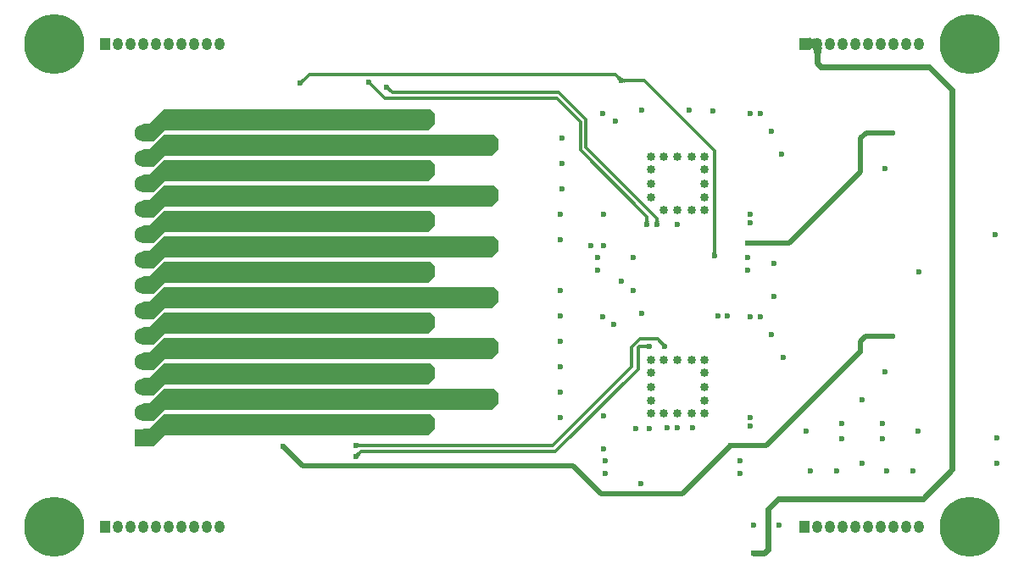
<source format=gbl>
G04*
G04 #@! TF.GenerationSoftware,Altium Limited,Altium Designer,21.6.4 (81)*
G04*
G04 Layer_Physical_Order=4*
G04 Layer_Color=16711680*
%FSLAX25Y25*%
%MOIN*%
G70*
G04*
G04 #@! TF.SameCoordinates,D21CAB57-D7DD-4798-A039-69392B5906F0*
G04*
G04*
G04 #@! TF.FilePolarity,Positive*
G04*
G01*
G75*
%ADD60C,0.01181*%
%ADD61C,0.01968*%
%ADD62O,0.04095X0.04724*%
%ADD63R,0.04095X0.04724*%
%ADD64R,0.06791X0.06791*%
%ADD65C,0.06791*%
%ADD66C,0.23622*%
%ADD67C,0.02362*%
%ADD68C,0.03347*%
%ADD69C,0.02362*%
G36*
X313076Y206835D02*
X313974Y207093D01*
Y206391D01*
X314397Y206181D01*
Y203819D01*
X314074Y203659D01*
X316778D01*
X316181Y200664D01*
X313819D01*
X313335Y203090D01*
X313076Y203165D01*
X312035Y202650D01*
Y203463D01*
X310794Y203819D01*
Y206181D01*
X312035Y206537D01*
Y207350D01*
X313076Y206835D01*
D02*
G37*
G36*
X237988Y191681D02*
X236819Y190512D01*
X236358Y191307D01*
X237193Y192142D01*
X237988Y191681D01*
D02*
G37*
G36*
X239732Y191091D02*
Y189909D01*
X238843Y189673D01*
Y191327D01*
X239732Y191091D01*
D02*
G37*
G36*
X113181Y190063D02*
X112666Y189312D01*
X111711Y190662D01*
X112513Y191066D01*
X113181Y190063D01*
D02*
G37*
G36*
X140142Y189193D02*
X139307Y188358D01*
X138512Y188819D01*
X139681Y189988D01*
X140142Y189193D01*
D02*
G37*
G36*
X147142Y187193D02*
X146307Y186358D01*
X145512Y186819D01*
X146681Y187988D01*
X147142Y187193D01*
D02*
G37*
G36*
X164484Y177587D02*
Y173453D01*
X161819Y170787D01*
X58150D01*
X53966Y166604D01*
X50000D01*
X46604Y170000D01*
X50000Y173396D01*
X52333D01*
X58150Y179213D01*
X162858D01*
X164484Y177587D01*
D02*
G37*
G36*
X189484Y167587D02*
Y163453D01*
X186819Y160787D01*
X58150D01*
X53966Y156604D01*
X50000D01*
X46604Y160000D01*
X50000Y163396D01*
X52333D01*
X58150Y169213D01*
X187858D01*
X189484Y167587D01*
D02*
G37*
G36*
X164484Y157587D02*
Y153453D01*
X161819Y150787D01*
X58150D01*
X53966Y146604D01*
X50000D01*
X46604Y150000D01*
X50000Y153396D01*
X52333D01*
X58150Y159213D01*
X162858D01*
X164484Y157587D01*
D02*
G37*
G36*
X189484Y147587D02*
Y143453D01*
X186819Y140787D01*
X58150D01*
X53966Y136604D01*
X50000D01*
X46604Y140000D01*
X50000Y143396D01*
X52333D01*
X58150Y149213D01*
X187858D01*
X189484Y147587D01*
D02*
G37*
G36*
X252827Y134844D02*
X251173D01*
X251410Y135731D01*
X252590D01*
X252827Y134844D01*
D02*
G37*
G36*
X248827D02*
X247173D01*
X247410Y135731D01*
X248590D01*
X248827Y134844D01*
D02*
G37*
G36*
X164484Y137587D02*
Y133453D01*
X161819Y130787D01*
X58150D01*
X53966Y126604D01*
X50000D01*
X46604Y130000D01*
X50000Y133396D01*
X52333D01*
X58150Y139213D01*
X162858D01*
X164484Y137587D01*
D02*
G37*
G36*
X275327Y122344D02*
X273673D01*
X273909Y123231D01*
X275091D01*
X275327Y122344D01*
D02*
G37*
G36*
X189484Y127587D02*
Y123453D01*
X186819Y120787D01*
X58150D01*
X53966Y116604D01*
X50000D01*
X46604Y120000D01*
X50000Y123396D01*
X52333D01*
X58150Y129213D01*
X187858D01*
X189484Y127587D01*
D02*
G37*
G36*
X164484Y117587D02*
Y113453D01*
X161819Y110787D01*
X58150D01*
X53966Y106604D01*
X50000D01*
X46604Y110000D01*
X50000Y113396D01*
X52333D01*
X58150Y119213D01*
X162858D01*
X164484Y117587D01*
D02*
G37*
G36*
X189484Y107587D02*
Y103453D01*
X186819Y100787D01*
X58150D01*
X53966Y96604D01*
X50000D01*
X46604Y100000D01*
X50000Y103396D01*
X52333D01*
X58150Y109213D01*
X187858D01*
X189484Y107587D01*
D02*
G37*
G36*
X164484Y97587D02*
Y93453D01*
X161819Y90787D01*
X58150D01*
X53966Y86604D01*
X50000D01*
X46604Y90000D01*
X50000Y93396D01*
X52333D01*
X58150Y99213D01*
X162858D01*
X164484Y97587D01*
D02*
G37*
G36*
X254988Y87181D02*
X253819Y86012D01*
X253358Y86807D01*
X254193Y87642D01*
X254988Y87181D01*
D02*
G37*
G36*
X248156Y85173D02*
X247269Y85409D01*
Y86590D01*
X248156Y86827D01*
Y85173D01*
D02*
G37*
G36*
X189484Y87587D02*
Y83453D01*
X186819Y80787D01*
X58150D01*
X53966Y76604D01*
X50000D01*
X46604Y80000D01*
X50000Y83396D01*
X52333D01*
X58150Y89213D01*
X187858D01*
X189484Y87587D01*
D02*
G37*
G36*
X164484Y77587D02*
Y73453D01*
X161819Y70787D01*
X58150D01*
X53966Y66604D01*
X50000D01*
X46604Y70000D01*
X50000Y73396D01*
X52333D01*
X58150Y79213D01*
X162858D01*
X164484Y77587D01*
D02*
G37*
G36*
X189484Y67587D02*
Y63453D01*
X186819Y60787D01*
X58150D01*
X53966Y56604D01*
X50000D01*
X46604Y60000D01*
X50000Y63396D01*
X52333D01*
X58150Y69213D01*
X187858D01*
X189484Y67587D01*
D02*
G37*
G36*
X164484Y57587D02*
Y53453D01*
X161819Y50787D01*
X58150D01*
X53966Y46604D01*
X50000D01*
Y53396D01*
X52333D01*
X58150Y59213D01*
X162858D01*
X164484Y57587D01*
D02*
G37*
G36*
X135231Y47591D02*
Y46409D01*
X134344Y46173D01*
Y47827D01*
X135231Y47591D01*
D02*
G37*
G36*
X135142Y43307D02*
X134681Y42512D01*
X133512Y43681D01*
X134307Y44142D01*
X135142Y43307D01*
D02*
G37*
D60*
X224000Y164084D02*
X252000Y136084D01*
X221819Y163181D02*
X248000Y137000D01*
Y134000D02*
Y137000D01*
X252000Y134000D02*
Y136084D01*
X224000Y164084D02*
Y175084D01*
X135500Y44500D02*
X212035D01*
X133500Y42500D02*
X135500Y44500D01*
X211000Y47000D02*
X242000Y78000D01*
X133500Y47000D02*
X211000D01*
X145000Y183500D02*
X212500D01*
X138500Y190000D02*
X145000Y183500D01*
X145500Y188000D02*
X147819Y185681D01*
X213403D01*
X111782Y189500D02*
X115282Y193000D01*
X235500D02*
X238000Y190500D01*
X115282Y193000D02*
X235500D01*
X238000Y190500D02*
X247000D01*
X111500Y189500D02*
X111782D01*
X213403Y185681D02*
X224000Y175084D01*
X212500Y183500D02*
X221819Y174181D01*
Y163181D02*
Y174181D01*
X274500Y121500D02*
Y163000D01*
X247000Y190500D02*
X274500Y163000D01*
X245272Y88772D02*
X252228D01*
X255000Y86000D01*
X242000Y85500D02*
X245272Y88772D01*
X245000Y86000D02*
X249000D01*
X244500Y85500D02*
X245000Y86000D01*
X244500Y76964D02*
Y85500D01*
X212035Y44500D02*
X244500Y76964D01*
X242000Y78000D02*
Y85500D01*
D61*
X281000Y47000D02*
X295000D01*
X332000Y84000D01*
Y88000D01*
X334148Y170000D02*
X344500D01*
X332075Y167927D02*
X334148Y170000D01*
X332075Y164075D02*
Y167927D01*
X332000Y154500D02*
Y164000D01*
X332075Y164075D01*
X287500Y126500D02*
X304000D01*
X332000Y154500D01*
X105000Y46500D02*
X112500Y39000D01*
X230000Y28000D02*
X262000D01*
X112500Y39000D02*
X219000D01*
X230000Y28000D01*
X262000D02*
X281000Y47000D01*
X334000Y90000D02*
X344500D01*
X332000Y88000D02*
X334000Y90000D01*
D62*
X80000Y205000D02*
D03*
X75000D02*
D03*
X70000D02*
D03*
X65000D02*
D03*
X60000D02*
D03*
X55000D02*
D03*
X50000D02*
D03*
X45000D02*
D03*
X40000D02*
D03*
X315000D02*
D03*
X320000D02*
D03*
X325000D02*
D03*
X330000D02*
D03*
X335000D02*
D03*
X340000D02*
D03*
X345000D02*
D03*
X350000D02*
D03*
X355000D02*
D03*
Y15000D02*
D03*
X350000D02*
D03*
X345000D02*
D03*
X340000D02*
D03*
X335000D02*
D03*
X330000D02*
D03*
X325000D02*
D03*
X320000D02*
D03*
X315000D02*
D03*
X40000D02*
D03*
X45000D02*
D03*
X50000D02*
D03*
X55000D02*
D03*
X60000D02*
D03*
X65000D02*
D03*
X70000D02*
D03*
X75000D02*
D03*
X80000D02*
D03*
D63*
X35000Y205000D02*
D03*
X310000D02*
D03*
Y15000D02*
D03*
X35000D02*
D03*
D64*
X50000Y50000D02*
D03*
D65*
Y60000D02*
D03*
Y70000D02*
D03*
Y80000D02*
D03*
Y90000D02*
D03*
Y100000D02*
D03*
Y110000D02*
D03*
Y120000D02*
D03*
Y130000D02*
D03*
Y140000D02*
D03*
Y150000D02*
D03*
Y160000D02*
D03*
Y170000D02*
D03*
D66*
X375000Y205000D02*
D03*
X15000D02*
D03*
X375000Y15000D02*
D03*
X15000D02*
D03*
D67*
X230500Y97500D02*
D03*
X248000Y134000D02*
D03*
X310500Y52500D02*
D03*
X352618Y37000D02*
D03*
X342382D02*
D03*
X312382D02*
D03*
X322618D02*
D03*
X332500Y65000D02*
D03*
X355000Y115150D02*
D03*
X290000Y4500D02*
D03*
X264500Y179000D02*
D03*
X160000Y174500D02*
D03*
X145500Y188000D02*
D03*
X230500Y177500D02*
D03*
X138500Y190000D02*
D03*
X344500Y170000D02*
D03*
X332000Y164000D02*
D03*
X287500Y126500D02*
D03*
X238000Y190500D02*
D03*
X274500Y121500D02*
D03*
X111500Y189500D02*
D03*
X133500Y47000D02*
D03*
Y42500D02*
D03*
X255000Y86000D02*
D03*
X249000D02*
D03*
X105000Y46500D02*
D03*
X245500Y32000D02*
D03*
X266000Y54000D02*
D03*
X256000D02*
D03*
X301500Y81500D02*
D03*
X249000Y53500D02*
D03*
X243500D02*
D03*
X281000Y47000D02*
D03*
X298000Y105500D02*
D03*
Y118500D02*
D03*
X300000Y15500D02*
D03*
X290000D02*
D03*
X301000Y161500D02*
D03*
X341500Y76000D02*
D03*
X385500Y50000D02*
D03*
Y40000D02*
D03*
X341500Y156000D02*
D03*
X238000Y111500D02*
D03*
X287500Y121000D02*
D03*
X385000Y130000D02*
D03*
X332000Y84000D02*
D03*
X344500Y90000D02*
D03*
X340500Y55500D02*
D03*
X242500Y108000D02*
D03*
X288500Y138000D02*
D03*
X242500Y121000D02*
D03*
X260000Y54000D02*
D03*
X297000Y170500D02*
D03*
X292500Y177500D02*
D03*
X288500D02*
D03*
X297000Y90500D02*
D03*
X292500Y97500D02*
D03*
X288500D02*
D03*
X260000Y134000D02*
D03*
X252000D02*
D03*
X287500Y116000D02*
D03*
X274000Y178500D02*
D03*
X288500Y134500D02*
D03*
X235500Y174500D02*
D03*
X246000Y179000D02*
D03*
X214000Y78000D02*
D03*
X231000Y58500D02*
D03*
X279500Y98000D02*
D03*
X276000D02*
D03*
X288500Y54500D02*
D03*
Y58000D02*
D03*
X284500Y36000D02*
D03*
Y41000D02*
D03*
X231000Y45500D02*
D03*
X231500Y41000D02*
D03*
Y36000D02*
D03*
X181000Y164500D02*
D03*
Y144500D02*
D03*
X185000Y64500D02*
D03*
X181000D02*
D03*
X214000Y58000D02*
D03*
Y68000D02*
D03*
Y138000D02*
D03*
Y128000D02*
D03*
Y108000D02*
D03*
Y98000D02*
D03*
Y88000D02*
D03*
X181000Y87055D02*
D03*
X185000D02*
D03*
X214500Y168000D02*
D03*
Y158000D02*
D03*
Y148000D02*
D03*
X231000Y138000D02*
D03*
X226000Y125500D02*
D03*
X181000Y105362D02*
D03*
X185000D02*
D03*
Y124500D02*
D03*
X181000D02*
D03*
X235000Y94500D02*
D03*
X156000D02*
D03*
X160000D02*
D03*
X246000Y99000D02*
D03*
X228500Y116000D02*
D03*
Y121000D02*
D03*
X231000Y125500D02*
D03*
X156000Y114500D02*
D03*
X160000D02*
D03*
X332500Y40000D02*
D03*
X324500Y55500D02*
D03*
X354500Y52500D02*
D03*
X340500Y49500D02*
D03*
X324500D02*
D03*
X185000Y164500D02*
D03*
X156000Y154500D02*
D03*
X160000D02*
D03*
X185000Y144500D02*
D03*
X156000Y134500D02*
D03*
X160000D02*
D03*
X156000Y54500D02*
D03*
X160000D02*
D03*
Y74500D02*
D03*
X156000D02*
D03*
D68*
X265500Y59500D02*
D03*
X254500D02*
D03*
Y80500D02*
D03*
X265500D02*
D03*
X270500Y75500D02*
D03*
Y64500D02*
D03*
X249500D02*
D03*
Y75500D02*
D03*
Y144500D02*
D03*
Y155500D02*
D03*
X270500D02*
D03*
Y144500D02*
D03*
X265500Y139500D02*
D03*
X254500D02*
D03*
X265500Y160500D02*
D03*
X254500D02*
D03*
X249500Y150000D02*
D03*
X260000Y139500D02*
D03*
X270500D02*
D03*
Y150000D02*
D03*
Y160500D02*
D03*
X260000D02*
D03*
X249500D02*
D03*
X270500Y70000D02*
D03*
Y59500D02*
D03*
X260000D02*
D03*
X249500D02*
D03*
Y70000D02*
D03*
Y80500D02*
D03*
X260000D02*
D03*
X270500D02*
D03*
D69*
X368090Y37590D02*
Y186910D01*
X359000Y196000D02*
X368090Y186910D01*
X356500Y26000D02*
X368090Y37590D01*
X316384Y196000D02*
X359000D01*
X315000Y197384D02*
Y205000D01*
Y197384D02*
X316384Y196000D01*
X290000Y4500D02*
X294000D01*
X295500Y6000D01*
Y22000D01*
X299500Y26000D01*
X356500D01*
X310000Y205000D02*
X315000D01*
M02*

</source>
